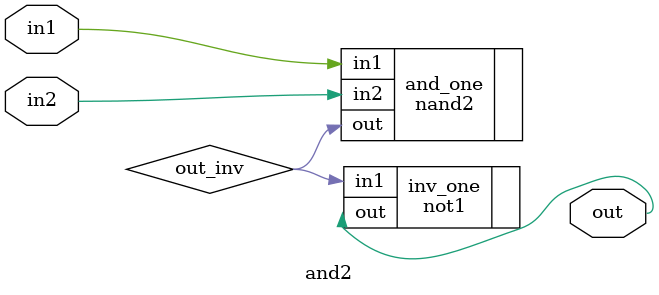
<source format=v>
module and2 (in1,in2,out);
    input in1,in2;
    output out;

    wire out_inv;

    nand2 and_one(.in1(in1), .in2(in2), .out(out_inv));
    not1 inv_one(.in1(out_inv), .out(out));

endmodule

</source>
